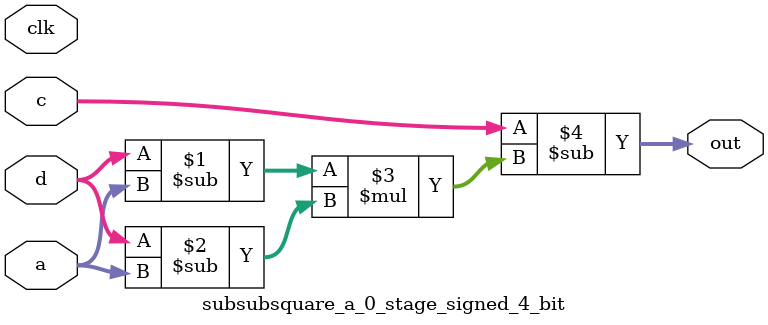
<source format=sv>
(* use_dsp = "yes" *) module subsubsquare_a_0_stage_signed_4_bit(
	input signed [3:0] a,
	input signed [3:0] c,
	input signed [3:0] d,
	output [3:0] out,
	input clk);

	assign out = c - ((d - a) * (d - a));
endmodule

</source>
